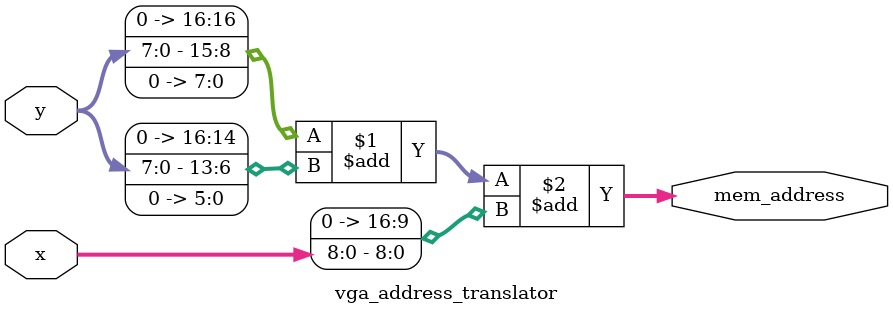
<source format=v>
/* This module converts a user specified coordinates into a memory address.
 * The output of the module depends on the resolution set by the user.
 */
module vga_address_translator(x, y, mem_address);

    parameter nX = 9, nY = 8, Mn = 17;  // default bit widths
    
	input wire [nX-1:0] x; 
	input wire [nY-1:0] y;	
	output wire [Mn-1:0] mem_address;
	
	/* The basic formula is address = y*WIDTH + x;
	 * For 320x240 resolution we can write 320 as (256 + 64). Memory address becomes
	 * (y*256) + (y*64) + x;
	 * This simplifies multiplication a simple shift and add operation.
	 * A leading 0 bit is added to each operand to ensure that they are treated as unsigned
	 * inputs. By default the use a '+' operator will generate a signed adder.
	 * Similarly, for 160x120 resolution we write 160 as 128+32.
     * For 640 we use 512 + 128
	 */

    assign mem_address = {1'b0, y, {nY{1'b0}}} + {1'b0, y, {nY-2{1'b0}}} + {1'b0, x};
    
endmodule

</source>
